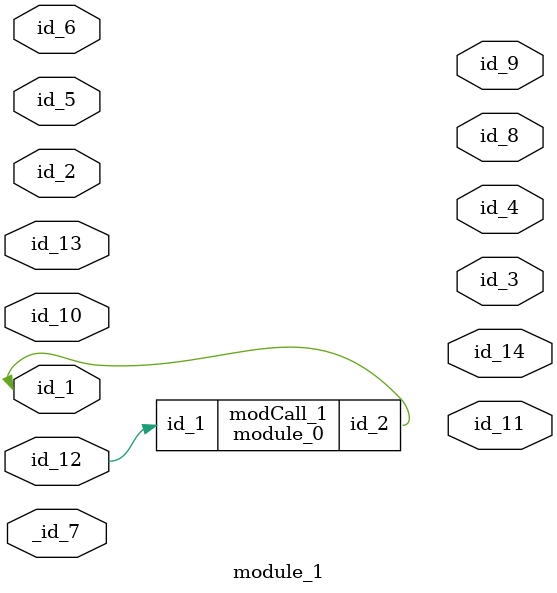
<source format=v>
module module_0 (
    id_1,
    id_2
);
  inout wire id_2;
  input wire id_1;
  wire id_3;
endmodule
module module_1 #(
    parameter id_7 = 32'd23
) (
    id_1,
    id_2,
    id_3,
    id_4,
    id_5,
    id_6,
    _id_7,
    id_8,
    id_9,
    id_10,
    id_11,
    id_12,
    id_13,
    id_14
);
  output wire id_14;
  input wire id_13;
  module_0 modCall_1 (
      id_12,
      id_1
  );
  input wire id_12;
  output wire id_11;
  inout wire id_10;
  output wire id_9;
  output wire id_8;
  input wire _id_7;
  input wire id_6;
  inout wire id_5;
  output wire id_4;
  output wire id_3;
  inout wire id_2;
  inout wire id_1;
  wire [1 : id_7] id_15, id_16;
endmodule

</source>
